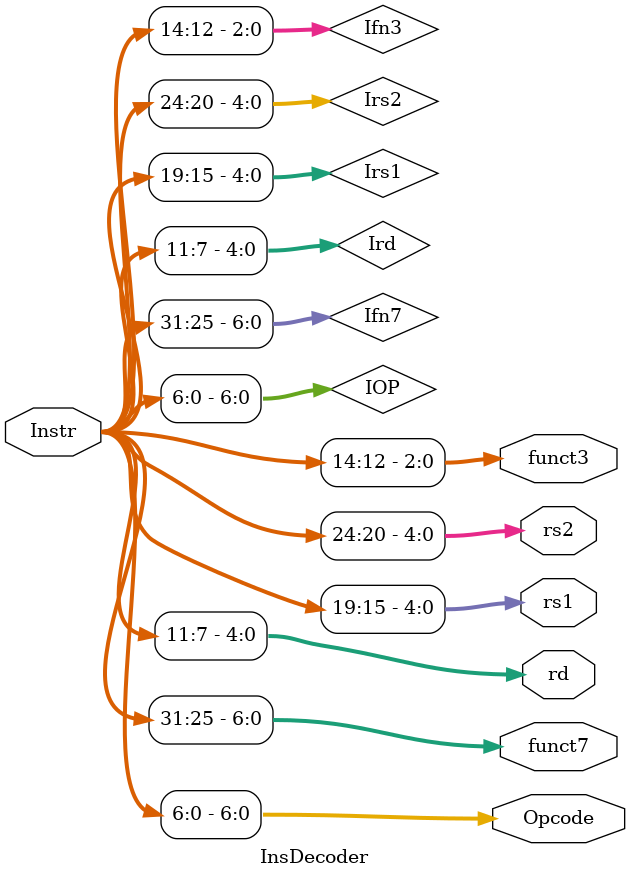
<source format=v>
 module InsDecoder            
 (  
      input  [31:0] Instr,  
      output [6:0] Opcode,funct7,  
      output [4:0] rd,rs1,rs2,
      output [2:0] funct3
 );  
      reg[6:0] IOP,Ifn7;
      reg[4:0] Ird,Irs1,Irs2;
      reg[2:0] Ifn3;      
            
      always@(Instr)
      begin  
        
         IOP =Instr[6:0];
         Ird =Instr[11:7];      
         Ifn3=Instr[14:12];
         Irs1=Instr[19:15];
         Irs2=Instr[24:20];
         Ifn7=Instr[31:25];
        
      end 
      
      assign Opcode=IOP;
      assign rd=Ird;
      assign funct3=Ifn3;   
      assign rs1=Irs1;
      assign rs2=Irs2;
      assign funct7=Ifn7;         

 endmodule


</source>
